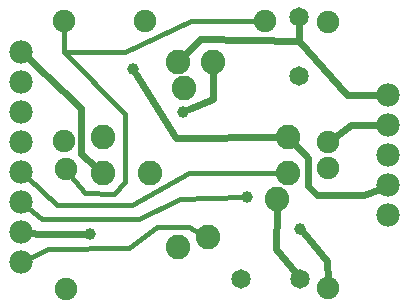
<source format=gtl>
G04 MADE WITH FRITZING*
G04 WWW.FRITZING.ORG*
G04 DOUBLE SIDED*
G04 HOLES PLATED*
G04 CONTOUR ON CENTER OF CONTOUR VECTOR*
%ASAXBY*%
%FSLAX23Y23*%
%MOIN*%
%OFA0B0*%
%SFA1.0B1.0*%
%ADD10C,0.082000*%
%ADD11C,0.078000*%
%ADD12C,0.075000*%
%ADD13C,0.065000*%
%ADD14C,0.039370*%
%ADD15C,0.024000*%
%ADD16C,0.016000*%
%LNCOPPER1*%
G90*
G70*
G54D10*
X598Y200D03*
X964Y449D03*
X717Y819D03*
X350Y567D03*
X699Y233D03*
X619Y732D03*
X929Y361D03*
X599Y819D03*
X350Y449D03*
X965Y567D03*
X507Y449D03*
G54D11*
X77Y851D03*
X77Y751D03*
X77Y651D03*
X77Y551D03*
X77Y451D03*
X77Y351D03*
X77Y251D03*
X77Y151D03*
G54D12*
X226Y460D03*
X226Y60D03*
X1100Y63D03*
X1100Y463D03*
X889Y956D03*
X489Y956D03*
X220Y956D03*
X220Y556D03*
X1100Y950D03*
X1100Y550D03*
G54D11*
X1298Y708D03*
X1298Y608D03*
X1298Y508D03*
X1298Y408D03*
X1298Y308D03*
G54D13*
X1001Y772D03*
X1001Y969D03*
X1001Y772D03*
X1001Y969D03*
X1007Y94D03*
X810Y94D03*
X1007Y94D03*
X810Y94D03*
G54D14*
X450Y795D03*
X306Y243D03*
X828Y367D03*
X616Y652D03*
X1007Y262D03*
G54D15*
X991Y114D02*
X927Y194D01*
D02*
X927Y194D02*
X929Y329D01*
G54D16*
D02*
X634Y268D02*
X676Y245D01*
D02*
X436Y199D02*
X529Y268D01*
D02*
X164Y194D02*
X436Y199D01*
D02*
X529Y268D02*
X634Y268D01*
D02*
X104Y164D02*
X164Y194D01*
G54D15*
D02*
X1162Y708D02*
X1268Y708D01*
D02*
X1001Y888D02*
X1162Y708D01*
D02*
X1001Y944D02*
X1001Y888D01*
D02*
X1175Y608D02*
X1123Y568D01*
D02*
X1268Y608D02*
X1175Y608D01*
G54D16*
D02*
X95Y434D02*
X196Y342D01*
D02*
X196Y342D02*
X444Y342D01*
D02*
X444Y342D02*
X634Y447D01*
D02*
X634Y447D02*
X938Y449D01*
G54D15*
D02*
X1001Y888D02*
X1001Y944D01*
D02*
X672Y894D02*
X1001Y888D01*
D02*
X621Y842D02*
X672Y894D01*
G54D16*
D02*
X423Y850D02*
X642Y956D01*
D02*
X220Y851D02*
X423Y850D01*
D02*
X642Y956D02*
X866Y956D01*
D02*
X220Y933D02*
X220Y851D01*
D02*
X288Y381D02*
X386Y379D01*
D02*
X240Y442D02*
X288Y381D01*
D02*
X386Y379D02*
X423Y418D01*
D02*
X423Y418D02*
X423Y645D01*
D02*
X220Y851D02*
X220Y933D01*
D02*
X423Y645D02*
X220Y851D01*
G54D15*
D02*
X1218Y373D02*
X1271Y396D01*
D02*
X1033Y405D02*
X1062Y373D01*
D02*
X1033Y497D02*
X1033Y405D01*
D02*
X1062Y373D02*
X1218Y373D01*
D02*
X988Y544D02*
X1033Y497D01*
D02*
X275Y666D02*
X99Y830D01*
D02*
X275Y510D02*
X275Y666D01*
D02*
X325Y469D02*
X275Y510D01*
D02*
X460Y779D02*
X592Y566D01*
D02*
X592Y566D02*
X933Y567D01*
D02*
X138Y244D02*
X287Y243D01*
D02*
X107Y247D02*
X138Y244D01*
G54D16*
D02*
X468Y294D02*
X146Y294D01*
D02*
X605Y360D02*
X468Y294D01*
D02*
X814Y367D02*
X605Y360D01*
D02*
X146Y294D02*
X96Y335D01*
G54D15*
D02*
X717Y787D02*
X716Y695D01*
D02*
X716Y695D02*
X634Y660D01*
D02*
X1098Y92D02*
X1094Y156D01*
D02*
X1094Y156D02*
X1019Y247D01*
G04 End of Copper1*
M02*
</source>
